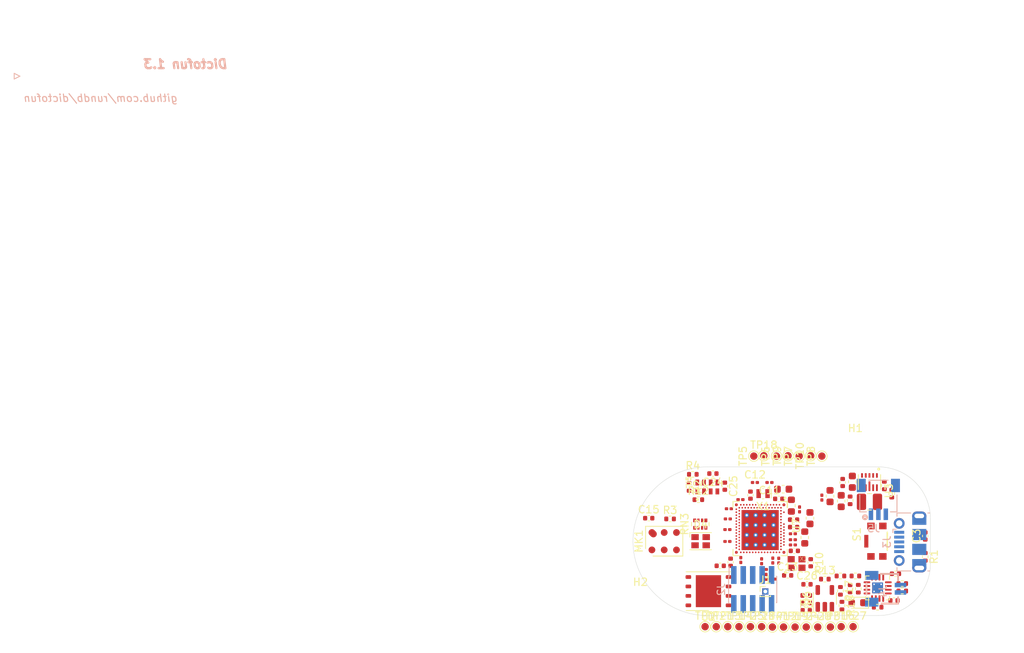
<source format=kicad_pcb>
(kicad_pcb (version 20221018) (generator pcbnew)
  (layers (0 "F.Cu" signal "Top") (1 "In1.Cu" signal) (2 "In2.Cu" signal) (31 "B.Cu" signal "Bottom") (34 "B.Paste" user) (35 "F.Paste" user) (36 "B.SilkS" user "B.Silkscreen") (37 "F.SilkS" user "F.Silkscreen") (38 "B.Mask" user) (39 "F.Mask" user) (44 "Edge.Cuts" user))
  (net 0 "")
  (net 1 "GND")
  (net 2 "VCC")
  (net 3 "/SWDIO")
  (net 4 "/SWDCLK")
  (net 5 "/P0.21{slash}RESET")
  (net 6 "+BATT")
  (net 7 "/MEM_IO3")
  (net 8 "/MEM_CLK")
  (net 9 "/MEM_DI")
  (net 10 "/MEM_CS")
  (net 11 "/MEM_DO")
  (net 12 "/MEM_IO2")
  (net 13 "Net-(U7B-XC2)")
  (net 14 "Net-(U7B-XC1)")
  (net 15 "/LED_BLUE")
  (net 16 "/LED_RED")
  (net 17 "/LED_GREEN")
  (net 18 "V_charger")
  (net 19 "MAIN_BUTTON")
  (net 20 "VBAT_LEVEL")
  (net 21 "MCU_POWER_LATCH")
  (net 22 "Net-(MK1-VDD)")
  (net 23 "Net-(J1-Pin_1)")
  (net 24 "/Power/FF_Q")
  (net 25 "FF_CLK")
  (net 26 "Net-(D3-K)")
  (net 27 "Net-(D3-A)")
  (net 30 "Net-(U3-L2)")
  (net 31 "Net-(U3-L1)")
  (net 32 "/I2C_SDA")
  (net 33 "/I2C_SCL")
  (net 34 "/RTC_INT_N")
  (net 35 "Net-(L3-Pad1)")
  (net 36 "/RTC_CLKOUT")
  (net 37 "Net-(L4-Pad1)")
  (net 38 "VSS")
  (net 39 "/Power/FF_D")
  (net 40 "Net-(U4-ISET)")
  (net 41 "Net-(U4-TS)")
  (net 42 "Net-(U4-ILIM)")
  (net 43 "Net-(U5-~{INT})")
  (net 44 "Net-(U3-PG)")
  (net 45 "Net-(U3-FB)")
  (net 46 "VBUS")
  (net 50 "Net-(U7C-P0.00{slash}XL1)")
  (net 51 "Net-(U7C-P0.01{slash}XL2)")
  (net 52 "/ANTENNA")
  (net 53 "/SWO")
  (net 54 "/PDM_CLK")
  (net 55 "/PDM_DATA")
  (net 57 "/UART_RX")
  (net 58 "/UART_TX")
  (net 59 "Net-(D4-BK)")
  (net 60 "Net-(D4-GK)")
  (net 61 "Net-(D4-RK)")
  (net 97 "/N_RESET")
  (net 122 "Net-(U7A-DECR)")
  (net 123 "Net-(U7A-DECD)")
  (net 124 "Net-(U7A-DCCH)")
  (net 125 "Net-(U7A-DECUSB)")
  (net 126 "Net-(U7A-VBUS)")
  (net 127 "Net-(U7A-DECA)")
  (net 128 "Net-(U7A-DECN)")
  (net 129 "Net-(U7A-DCC)")
  (net 130 "Net-(U7A-DCCD)")
  (net 138 "/Power/DBG_TX")
  (net 139 "/Power/DBG_RX")
  (footprint "Capacitor_SMD:C_0402_1005Metric" (layer "F.Cu") (at 128.13 101.83 90)
    (fp_text reference "C17" hide)
    (fp_text value "1uF")
    (pad "1" smd roundrect (at -0.48 0 90) (size 0.56 0.62) (layers "F.Cu" "F.Paste" "F.Mask") (net 2 "VCC"))
    (pad "2" smd roundrect (at 0.48 0 90) (size 0.56 0.62) (layers "F.Cu" "F.Paste" "F.Mask") (net 1 "GND"))
  )
  (footprint "Capacitor_SMD:C_0402_1005Metric" (layer "F.Cu") (at 126.733 102.3126 180)
    (fp_text reference "C18" hide)
    (fp_text value "100nF")
    (pad "1" smd roundrect (at -0.48 0 180) (size 0.56 0.62) (layers "F.Cu" "F.Paste" "F.Mask") (net 2 "VCC"))
    (pad "2" smd roundrect (at 0.48 0 180) (size 0.56 0.62) (layers "F.Cu" "F.Paste" "F.Mask") (net 1 "GND"))
  )
  (footprint "_other:VQFN-16-1EP_3x3mm_P0.5mm_EP1.45x1.45mm_ThermalVias" (layer "F.Cu") (at 147.9 105.28 -90)
    (fp_text reference "U4" hide)
    (fp_text value "BQ24078RGTR")
    (pad "1" smd roundrect (at -1.4375 -0.75 270) (size 0.875 0.25) (layers "F.Cu" "F.Paste" "F.Mask") (net 41 "Net-(U4-TS)"))
    (pad "2" smd roundrect (at -1.4375 -0.25 270) (size 0.875 0.25) (layers "F.Cu" "F.Paste" "F.Mask") (net 6 "+BATT"))
    (pad "3" smd roundrect (at -1.4375 0.25 270) (size 0.875 0.25) (layers "F.Cu" "F.Paste" "F.Mask") (net 6 "+BATT"))
    (pad "4" smd roundrect (at -1.4375 0.75 270) (size 0.875 0.25) (layers "F.Cu" "F.Paste" "F.Mask") (net 1 "GND"))
    (pad "5" smd roundrect (at -0.75 1.4375 270) (size 0.25 0.875) (layers "F.Cu" "F.Paste" "F.Mask") (net 1 "GND"))
    (pad "6" smd roundrect (at -0.25 1.4375 270) (size 0.25 0.875) (layers "F.Cu" "F.Paste" "F.Mask") (net 38 "VSS"))
    (pad "7" smd roundrect (at 0.25 1.4375 270) (size 0.25 0.875) (layers "F.Cu" "F.Paste" "F.Mask"))
    (pad "8" smd roundrect (at 0.75 1.4375 270) (size 0.25 0.875) (layers "F.Cu" "F.Paste" "F.Mask") (net 1 "GND"))
    (pad "9" smd roundrect (at 1.4375 0.75 270) (size 0.875 0.25) (layers "F.Cu" "F.Paste" "F.Mask") (net 26 "Net-(D3-K)"))
    (pad "10" smd roundrect (at 1.4375 0.25 270) (size 0.875 0.25) (layers "F.Cu" "F.Paste" "F.Mask") (net 38 "VSS"))
    (pad "11" smd roundrect (at 1.4375 -0.25 270) (size 0.875 0.25) (layers "F.Cu" "F.Paste" "F.Mask") (net 38 "VSS"))
    (pad "12" smd roundrect (at 1.4375 -0.75 270) (size 0.875 0.25) (layers "F.Cu" "F.Paste" "F.Mask") (net 42 "Net-(U4-ILIM)"))
    (pad "13" smd roundrect (at 0.75 -1.4375 270) (size 0.25 0.875) (layers "F.Cu" "F.Paste" "F.Mask") (net 18 "V_charger"))
    (pad "14" smd roundrect (at 0.25 -1.4375 270) (size 0.25 0.875) (layers "F.Cu" "F.Paste" "F.Mask") (net 1 "GND"))
    (pad "15" smd roundrect (at -0.25 -1.4375 270) (size 0.25 0.875) (layers "F.Cu" "F.Paste" "F.Mask") (net 1 "GND"))
    (pad "16" smd roundrect (at -0.75 -1.4375 270) (size 0.25 0.875) (layers "F.Cu" "F.Paste" "F.Mask") (net 40 "Net-(U4-ISET)"))
    (pad "17" thru_hole circle (at -0.475 -0.475 270) (size 0.5 0.5) (drill 0.2) (layers "*.Cu") (net 1 "GND"))
    (pad "17" thru_hole circle (at -0.475 0.475 270) (size 0.5 0.5) (drill 0.2) (layers "*.Cu") (net 1 "GND"))
    (pad "17" smd rect (at 0 0 270) (size 1.45 1.45) (layers "F.Cu" "F.Mask") (net 1 "GND"))
    (pad "17" smd rect (at 0 0 270) (size 1.45 1.45) (layers "B.Cu") (net 1 "GND"))
    (pad "17" thru_hole circle (at 0.475 -0.475 270) (size 0.5 0.5) (drill 0.2) (layers "*.Cu") (net 1 "GND"))
    (pad "17" thru_hole circle (at 0.475 0.475 270) (size 0.5 0.5) (drill 0.2) (layers "*.Cu") (net 1 "GND"))
  )
  (footprint "Resistor_SMD:R_0402_1005Metric" (layer "F.Cu") (at 151.21 105.7 180)
    (fp_text reference "R6" hide)
    (fp_text value "1.13K")
    (pad "1" smd roundrect (at -0.51 0 180) (size 0.54 0.64) (layers "F.Cu" "F.Paste" "F.Mask") (net 1 "GND"))
    (pad "2" smd roundrect (at 0.51 0 180) (size 0.54 0.64) (layers "F.Cu" "F.Paste" "F.Mask") (net 40 "Net-(U4-ISET)"))
  )
  (footprint "Capacitor_SMD:C_0402_1005Metric" (layer "F.Cu") (at 150.3 103.38 180)
    (fp_text reference "C20" hide)
    (fp_text value "4.7uF")
    (pad "1" smd roundrect (at -0.48 0 180) (size 0.56 0.62) (layers "F.Cu" "F.Paste" "F.Mask") (net 1 "GND"))
    (pad "2" smd roundrect (at 0.48 0 180) (size 0.56 0.62) (layers "F.Cu" "F.Paste" "F.Mask") (net 6 "+BATT"))
  )
  (footprint "Resistor_SMD:R_0402_1005Metric" (layer "F.Cu") (at 145.3 105.39 90)
    (fp_text reference "R9" hide)
    (fp_text value "1K")
    (pad "1" smd roundrect (at -0.51 0 90) (size 0.54 0.64) (layers "F.Cu" "F.Paste" "F.Mask") (net 38 "VSS"))
    (pad "2" smd roundrect (at 0.51 0 90) (size 0.54 0.64) (layers "F.Cu" "F.Paste" "F.Mask") (net 27 "Net-(D3-A)"))
  )
  (footprint "Resistor_SMD:R_0402_1005Metric" (layer "F.Cu") (at 142.9 103.68 180)
    (fp_text reference "R11" hide)
    (fp_text value "100K")
    (pad "1" smd roundrect (at -0.51 0 180) (size 0.54 0.64) (layers "F.Cu" "F.Paste" "F.Mask") (net 20 "VBAT_LEVEL"))
    (pad "2" smd roundrect (at 0.51 0 180) (size 0.54 0.64) (layers "F.Cu" "F.Paste" "F.Mask") (net 1 "GND"))
  )
  (footprint "Resistor_SMD:R_0402_1005Metric" (layer "F.Cu") (at 151.21 104.7 180)
    (fp_text reference "R7" hide)
    (fp_text value "10K")
    (pad "1" smd roundrect (at -0.51 0 180) (size 0.54 0.64) (layers "F.Cu" "F.Paste" "F.Mask") (net 1 "GND"))
    (pad "2" smd roundrect (at 0.51 0 180) (size 0.54 0.64) (layers "F.Cu" "F.Paste" "F.Mask") (net 41 "Net-(U4-TS)"))
  )
  (footprint "Resistor_SMD:R_0402_1005Metric" (layer "F.Cu") (at 144.91 103.68 180)
    (fp_text reference "R10" hide)
    (fp_text value "100K")
    (pad "1" smd roundrect (at -0.51 0 180) (size 0.54 0.64) (layers "F.Cu" "F.Paste" "F.Mask") (net 6 "+BATT"))
    (pad "2" smd roundrect (at 0.51 0 180) (size 0.54 0.64) (layers "F.Cu" "F.Paste" "F.Mask") (net 20 "VBAT_LEVEL"))
  )
  (footprint "LED_SMD:LED_0603_1608Metric" (layer "F.Cu") (at 145.2 107.28 180)
    (fp_text reference "D3" hide)
    (fp_text value "LED")
    (pad "1" smd roundrect (at -0.7875 0 180) (size 0.875 0.95) (layers "F.Cu" "F.Paste" "F.Mask") (net 26 "Net-(D3-K)"))
    (pad "2" smd roundrect (at 0.7875 0 180) (size 0.875 0.95) (layers "F.Cu" "F.Paste" "F.Mask") (net 27 "Net-(D3-A)"))
  )
  (footprint "Capacitor_SMD:C_0402_1005Metric" (layer "F.Cu") (at 150.1 106.98 180)
    (fp_text reference "C19" hide)
    (fp_text value "1uF")
    (pad "1" smd roundrect (at -0.48 0 180) (size 0.56 0.62) (layers "F.Cu" "F.Paste" "F.Mask") (net 1 "GND"))
    (pad "2" smd roundrect (at 0.48 0 180) (size 0.56 0.62) (layers "F.Cu" "F.Paste" "F.Mask") (net 18 "V_charger"))
  )
  (footprint "Resistor_SMD:R_0402_1005Metric" (layer "F.Cu") (at 147.9 107.88)
    (fp_text reference "R8" hide)
    (fp_text value "1.18K")
    (pad "1" smd roundrect (at -0.51 0) (size 0.54 0.64) (layers "F.Cu" "F.Paste" "F.Mask") (net 42 "Net-(U4-ILIM)"))
    (pad "2" smd roundrect (at 0.51 0) (size 0.54 0.64) (layers "F.Cu" "F.Paste" "F.Mask") (net 1 "GND"))
  )
  (footprint "Resistor_SMD:R_0402_1005Metric" (layer "F.Cu") (at 144.2 93.5 -90)
    (fp_text reference "R14" hide)
    (fp_text value "100k")
    (pad "1" smd roundrect (at -0.51 0 270) (size 0.54 0.64) (layers "F.Cu" "F.Paste" "F.Mask") (net 38 "VSS"))
    (pad "2" smd roundrect (at 0.51 0 270) (size 0.54 0.64) (layers "F.Cu" "F.Paste" "F.Mask") (net 44 "Net-(U3-PG)"))
  )
  (footprint "Resistor_SMD:R_0402_1005Metric" (layer "F.Cu") (at 154.3 101.1 -90)
    (fp_text reference "R1" (at 0 -1.17 90) (layer "F.SilkS"))
    (fp_text value "100K")
    (pad "1" smd roundrect (at -0.51 0 270) (size 0.54 0.64) (layers "F.Cu" "F.Paste" "F.Mask") (net 19 "MAIN_BUTTON"))
    (pad "2" smd roundrect (at 0.51 0 270) (size 0.54 0.64) (layers "F.Cu" "F.Paste" "F.Mask") (net 1 "GND"))
  )
  (footprint "Capacitor_SMD:C_0402_1005Metric" (layer "F.Cu") (at 136.7 100.3)
    (fp_text reference "C38" hide)
    (fp_text value "1u")
    (pad "1" smd roundrect (at -0.48 0) (size 0.56 0.62) (layers "F.Cu" "F.Paste" "F.Mask") (net 122 "Net-(U7A-DECR)"))
    (pad "2" smd roundrect (at 0.48 0) (size 0.56 0.62) (layers "F.Cu" "F.Paste" "F.Mask") (net 1 "GND"))
  )
  (footprint "TestPoint:TestPoint_Pad_D1.0mm" (layer "F.Cu") (at 135.25 110.55)
    (fp_text reference "TP12" (at 0 -1.448) (layer "F.SilkS"))
    (fp_text value "TestPoint")
    (pad "1" smd circle (at 0 0) (size 1 1) (layers "F.Cu" "F.Mask") (net 39 "/Power/FF_D"))
  )
  (footprint "Capacitor_SMD:C_0402_1005Metric" (layer "F.Cu") (at 138.9 101.9 -90)
    (fp_text reference "C10" (at 0 -1.16 90) (layer "F.SilkS"))
    (fp_text value "10pF")
    (pad "1" smd roundrect (at -0.48 0 270) (size 0.56 0.62) (layers "F.Cu" "F.Paste" "F.Mask") (net 13 "Net-(U7B-XC2)"))
    (pad "2" smd roundrect (at 0.48 0 270) (size 0.56 0.62) (layers "F.Cu" "F.Paste" "F.Mask") (net 1 "GND"))
  )
  (footprint "Capacitor_SMD:C_0201_0603Metric" (layer "F.Cu") (at 131.4 91.1)
    (fp_text reference "C12" (at 0 -1.05) (layer "F.SilkS"))
    (fp_text value "10pF")
    (pad "1" smd roundrect (at -0.32 0) (size 0.46 0.4) (layers "F.Cu" "F.Mask") (net 1 "GND"))
    (pad "2" smd roundrect (at 0.32 0) (size 0.46 0.4) (layers "F.Cu" "F.Mask") (net 51 "Net-(U7C-P0.01{slash}XL2)"))
  )
  (footprint "Resistor_SMD:R_0402_1005Metric" (layer "F.Cu") (at 122.55 91.7 -90)
    (fp_text reference "R2" (at 0 -1.17 90) (layer "F.SilkS"))
    (fp_text value "4.7k")
    (pad "1" smd roundrect (at -0.51 0 270) (size 0.54 0.64) (layers "F.Cu" "F.Paste" "F.Mask") (net 2 "VCC"))
    (pad "2" smd roundrect (at 0.51 0 270) (size 0.54 0.64) (layers "F.Cu" "F.Paste" "F.Mask") (net 32 "/I2C_SDA"))
  )
  (footprint "nRF52832_qfaa:MountingHole_1mm" (layer "F.Cu") (at 116 107.7)
    (fp_text reference "H2" (at 0 -3.2) (layer "F.SilkS"))
    (fp_text value "MountingHole")
    (pad "" np_thru_hole circle (at 0 0) (size 1 1) (drill 1) (layers "*.Cu" "*.Mask"))
  )
  (footprint "Inductor_SMD:L_0603_1608Metric" (layer "F.Cu") (at 136.3 94.2125 -90)
    (fp_text reference "L4" hide)
    (fp_text value "10uH")
    (pad "1" smd roundrect (at -0.7875 0 270) (size 0.875 0.95) (layers "F.Cu" "F.Paste" "F.Mask") (net 37 "Net-(L4-Pad1)"))
    (pad "2" smd roundrect (at 0.7875 0 270) (size 0.875 0.95) (layers "F.Cu" "F.Paste" "F.Mask") (net 130 "Net-(U7A-DCCD)"))
  )
  (footprint "_other:IC_RV-4162-C7" (layer "F.Cu") (at 125 91.7 90)
    (fp_text reference "U5" (at 0.782 -2.5064 90) (layer "F.SilkS") (effects (font (size 0.64 0.64))))
    (fp_text value "RV-4162-C7")
    (pad "1" smd rect (at -0.6 -1.35) (size 0.5 0.8) (layers "F.Cu" "F.Paste" "F.Mask") (net 32 "/I2C_SDA"))
    (pad "2" smd rect (at -0.6 -0.45) (size 0.5 0.8) (layers "F.Cu" "F.Paste" "F.Mask") (net 36 "/RTC_CLKOUT"))
    (pad "3" smd rect (at -0.6 0.45) (size 0.5 0.8) (layers "F.Cu" "F.Paste" "F.Mask") (net 1 "GND"))
    (pad "4" smd rect (at -0.6 1.35) (size 0.5 0.8) (layers "F.Cu" "F.Paste" "F.Mask"))
    (pad "5" smd rect (at 0.6 1.35) (size 0.5 0.8) (layers "F.Cu" "F.Paste" "F.Mask") (net 38 "VSS"))
    (pad "6" smd rect (at 0.6 0.45) (size 0.5 0.8) (layers "F.Cu" "F.Paste" "F.Mask") (net 43 "Net-(U5-~{INT})"))
    (pad "7" smd rect (at 0.6 -0.45) (size 0.5 0.8) (layers "F.Cu" "F.Paste" "F.Mask"))
    (pad "8" smd rect (at 0.6 -1.35) (size 0.5 0.8) (layers "F.Cu" "F.Paste" "F.Mask") (net 33 "/I2C_SCL"))
  )
  (footprint "TestPoint:TestPoint_Pad_D1.0mm" (layer "F.Cu") (at 133.75 110.55)
    (fp_text reference "TP4" (at 0 -1.448) (layer "F.SilkS"))
    (fp_text value "gnd")
    (pad "1" smd circle (at 0 0) (size 1 1) (layers "F.Cu" "F.Mask") (net 1 "GND"))
  )
  (footprint "Capacitor_SMD:C_0201_0603Metric" (layer "F.Cu") (at 127.7 99.034 180)
    (fp_text reference "C33" hide)
    (fp_text value "100n")
    (pad "1" smd roundrect (at -0.32 0 180) (size 0.46 0.4) (layers "F.Cu" "F.Mask") (net 2 "VCC"))
    (pad "2" smd roundrect (at 0.32 0 180) (size 0.46 0.4) (layers "F.Cu" "F.Mask") (net 1 "GND"))
  )
  (footprint "Capacitor_SMD:C_0201_0603Metric" (layer "F.Cu") (at 134.6 101.62 -90)
    (fp_text reference "C36" hide)
    (fp_text value "N.C")
    (pad "1" smd roundrect (at -0.32 0 270) (size 0.46 0.4) (layers "F.Cu" "F.Mask") (net 2 "VCC"))
    (pad "2" smd roundrect (at 0.32 0 270) (size 0.46 0.4) (layers "F.Cu" "F.Mask") (net 1 "GND"))
  )
  (footprint "TestPoint:TestPoint_Pad_D1.0mm" (layer "F.Cu") (at 129.25 110.5)
    (fp_text reference "TP14" (at 0 -1.448) (layer "F.SilkS"))
    (fp_text value "TestPoint")
    (pad "1" smd circle (at 0 0) (size 1 1) (layers "F.Cu" "F.Mask") (net 24 "/Power/FF_Q"))
  )
  (footprint "Capacitor_SMD:C_0201_0603Metric" (layer "F.Cu") (at 136.5 99.5)
    (fp_text reference "C39(NP0)1" hide)
    (fp_text value "100pF")
    (pad "1" smd roundrect (at -0.32 0) (size 0.46 0.4) (layers "F.Cu" "F.Mask") (net 122 "Net-(U7A-DECR)"))
    (pad "2" smd roundrect (at 0.32 0) (size 0.46 0.4) (layers "F.Cu" "F.Mask") (net 1 "GND"))
  )
  (footprint "Capacitor_SMD:C_0402_1005Metric" (layer "F.Cu") (at 154.3 98.3 90)
    (fp_text reference "C3" (at 0 -1.16 90) (layer "F.SilkS"))
    (fp_text value "100nF")
    (pad "1" smd roundrect (at -0.48 0 90) (size 0.56 0.62) (layers "F.Cu" "F.Paste" "F.Mask") (net 19 "MAIN_BUTTON"))
    (pad "2" smd roundrect (at 0.48 0 90) (size 0.56 0.62) (layers "F.Cu" "F.Paste" "F.Mask") (net 1 "GND"))
  )
  (footprint "Crystal:Crystal_SMD_MicroCrystal_CM9V-T1A-2Pin_1.6x1.0mm" (layer "F.Cu") (at 132.5 92.6 180)
    (fp_text reference "X1" (at 0 -1.7 180) (layer "F.SilkS"))
    (fp_text value "32.768kHz")
    (pad "1" smd rect (at -0.6 0 180) (size 0.6 1.2) (layers "F.Cu" "F.Paste" "F.Mask") (net 50 "Net-(U7C-P0.00{slash}XL1)"))
    (pad "2" smd rect (at 0.6 0 180) (size 0.6 1.2) (layers "F.Cu" "F.Paste" "F.Mask") (net 51 "Net-(U7C-P0.01{slash}XL2)"))
  )
  (footprint "Capacitor_SMD:C_0402_1005Metric" (layer "F.Cu") (at 138.3 108.3 180)
    (fp_text reference "C27" hide)
    (fp_text value "100nF")
    (pad "1" smd roundrect (at -0.48 0 180) (size 0.56 0.62) (layers "F.Cu" "F.Paste" "F.Mask") (net 39 "/Power/FF_D"))
    (pad "2" smd roundrect (at 0.48 0 180) (size 0.56 0.62) (layers "F.Cu" "F.Paste" "F.Mask") (net 1 "GND"))
  )
  (footprint "Inductor_SMD:L_0201_0603Metric" (layer "F.Cu") (at 133.8 101.6 -90)
    (fp_text reference "L5" hide)
    (fp_text value "15nH")
    (pad "1" smd roundrect (at -0.32 0 270) (size 0.46 0.4) (layers "F.Cu" "F.Mask") (net 122 "Net-(U7A-DECR)"))
    (pad "2" smd roundrect (at 0.32 0 270) (size 0.46 0.4) (layers "F.Cu" "F.Mask") (net 35 "Net-(L3-Pad1)"))
  )
  (footprint "Capacitor_SMD:C_0402_1005Metric" (layer "F.Cu") (at 125.75 89.9 180)
    (fp_text reference "C24" (at 0 -1.16) (layer "F.SilkS"))
    (fp_text value "1uF")
    (pad "1" smd roundrect (at -0.48 0 180) (size 0.56 0.62) (layers "F.Cu" "F.Paste" "F.Mask") (net 38 "VSS"))
    (pad "2" smd roundrect (at 0.48 0 180) (size 0.56 0.62) (layers "F.Cu" "F.Paste" "F.Mask") (net 1 "GND"))
  )
  (footprint "TestPoint:TestPoint_Pad_D1.0mm" (layer "F.Cu") (at 139.85 110.55)
    (fp_text reference "TP28" (at 0 -1.448) (layer "F.SilkS"))
    (fp_text value "TestPoint")
    (pad "1" smd circle (at 0 0) (size 1 1) (layers "F.Cu" "F.Mask") (net 1 "GND"))
  )
  (footprint "Resistor_SMD:R_0402_1005Metric" (layer "F.Cu") (at 123.05 90)
    (fp_text reference "R4" (at 0 -1.17) (layer "F.SilkS"))
    (fp_text value "4.7k")
    (pad "1" smd roundrect (at -0.51 0) (size 0.54 0.64) (layers "F.Cu" "F.Paste" "F.Mask") (net 2 "VCC"))
    (pad "2" smd roundrect (at 0.51 0) (size 0.54 0.64) (layers "F.Cu" "F.Paste" "F.Mask") (net 33 "/I2C_SCL"))
  )
  (footprint "Capacitor_SMD:C_0402_1005Metric" (layer "F.Cu") (at 143.2 91.1 90)
    (fp_text reference "C23" hide)
    (fp_text value "10uF")
    (pad "1" smd roundrect (at -0.48 0 90) (size 0.56 0.62) (layers "F.Cu" "F.Paste" "F.Mask") (net 2 "VCC"))
    (pad "2" smd roundrect (at 0.48 0 90) (size 0.56 0.62) (layers "F.Cu" "F.Paste" "F.Mask") (net 1 "GND"))
  )
  (footprint "TestPoint:TestPoint_Pad_D1.0mm" (layer "F.Cu") (at 135.85 87.5 90)
    (fp_text reference "TP9" (at 0 -1.448 90) (layer "F.SilkS"))
    (fp_text value "TestPoint")
    (pad "1" smd circle (at 0 0 90) (size 1 1) (layers "F.Cu" "F.Mask") (net 54 "/PDM_CLK"))
  )
  (footprint "Resistor_SMD:R_0402_1005Metric" (layer "F.Cu") (at 142.9 105.68 -90)
    (fp_text reference "R17" (at 0 -1.17 90) (layer "F.SilkS"))
    (fp_text value "1.6K")
    (pad "1" smd roundrect (at -0.51 0 270) (size 0.54 0.64) (layers "F.Cu" "F.Paste" "F.Mask") (net 19 "MAIN_BUTTON"))
    (pad "2" smd roundrect (at 0.51 0 270) (size 0.54 0.64) (layers "F.Cu" "F.Paste" "F.Mask") (net 24 "/Power/FF_Q"))
  )
  (footprint "Capacitor_SMD:C_0201_0603Metric" (layer "F.Cu") (at 133.355 91.1 180)
    (fp_text reference "C11" (at 0 -1.05) (layer "F.SilkS"))
    (fp_text value "10pF")
    (pad "1" smd roundrect (at -0.32 0 180) (size 0.46 0.4) (layers "F.Cu" "F.Mask") (net 1 "GND"))
    (pad "2" smd roundrect (at 0.32 0 180) (size 0.46 0.4) (layers "F.Cu" "F.Mask") (net 50 "Net-(U7C-P0.00{slash}XL1)"))
  )
  (footprint "Resistor_SMD:R_0402_1005Metric" (layer "F.Cu") (at 119.99 96)
    (fp_text reference "R3" (at 0 -1.17) (layer "F.SilkS"))
    (fp_text value "330")
    (pad "1" smd roundrect (at -0.51 0) (size 0.54 0.64) (layers "F.Cu" "F.Paste" "F.Mask") (net 22 "Net-(MK1-VDD)"))
    (pad "2" smd roundrect (at 0.51 0) (size 0.54 0.64) (layers "F.Cu" "F.Paste" "F.Mask") (net 2 "VCC"))
  )
  (footprint "Package_TO_SOT_SMD:SOT-23-5" (layer "F.Cu") (at 140.8 106.7 90)
    (fp_text reference "U6" (at 0 -2.4 90) (layer "F.SilkS"))
    (fp_text value "SN74LVC1G79DBVT")
    (pad "1" smd roundrect (at -1.1375 -0.95 90) (size 1.325 0.6) (layers "F.Cu" "F.Paste" "F.Mask") (net 39 "/Power/FF_D"))
    (pad "2" smd roundrect (at -1.1375 0 90) (size 1.325 0.6) (layers "F.Cu" "F.Paste" "F.Mask") (net 25 "FF_CLK"))
    (pad "3" smd roundrect (at -1.1375 0.95 90) (size 1.325 0.6) (layers "F.Cu" "F.Paste" "F.Mask") (net 1 "GND"))
    (pad "4" smd roundrect (at 1.1375 0.95 90) (size 1.325 0.6) (layers "F.Cu" "F.Paste" "F.Mask") (net 24 "/Power/FF_Q"))
    (pad "5" smd roundrect (at 1.1375 -0.95 90) (size 1.325 0.6) (layers "F.Cu" "F.Paste" "F.Mask") (net 38 "VSS"))
  )
  (footprint "Resistor_SMD:R_0402_1005Metric" (layer "F.Cu") (at 138.3 106.3 180)
    (fp_text reference "R5" (at 0 -1.17) (layer "F.SilkS"))
    (fp_text value "1.6K")
    (pad "1" smd roundrect (at -0.51 0 180) (size 0.54 0.64) (layers "F.Cu" "F.Paste" "F.Mask") (net 39 "/Power/FF_D"))
    (pad "2" smd roundrect (at 0.51 0 180) (size 0.54 0.64) (layers "F.Cu" "F.Paste" "F.Mask") (net 21 "MCU_POWER_LATCH"))
  )
  (footprint "Capacitor_SMD:C_0201_0603Metric" (layer "F.Cu") (at 129.5 101.534 -90)
    (fp_text reference "C30" hide)
    (fp_text value "100n")
    (pad "1" smd roundrect (at -0.32 0 270) (size 0.46 0.4) (layers "F.Cu" "F.Mask") (net 2 "VCC"))
    (pad "2" smd roundrect (at 0.32 0 270) (size 0.46 0.4) (layers "F.Cu" "F.Mask") (net 1 "GND"))
  )
  (footprint "Capacitor_SMD:C_0201_0603Metric" (layer "F.Cu") (at 129.455 93.4 180)
    (fp_text reference "C32" hide)
    (fp_text value "100n")
    (pad "1" smd roundrect (at -0.32 0 180) (size 0.46 0.4) (layers "F.Cu" "F.Mask") (net 2 "VCC"))
    (pad "2" smd roundrect (at 0.32 0 180) (size 0.46 0.4) (layers "F.Cu" "F.Mask") (net 1 "GND"))
  )
  (footprint "Inductor_SMD:L_1008_2520Metric" (layer "F.Cu") (at 146.8 93.7)
    (fp_text reference "L1" hide)
    (fp_text value "0.47uH")
    (pad "1" smd roundrect (at -1.075 0) (size 1.25 2.2) (layers "F.Cu" "F.Paste" "F.Mask") (roundrect_rratio 0.2) (net 30 "Net-(U3-L2)"))
    (pad "2" smd roundrect (at 1.075 0) (size 1.25 2.2) (layers "F.Cu" "F.Paste" "F.Mask") (roundrect_rratio 0.2) (net 31 "Net-(U3-L1)"))
  )
  (footprint "nRF52832_qfaa:MountingHole_1mm" (layer "F.Cu") (at 144.9 87)
    (fp_text reference "H1" (at 0 -3.2) (layer "F.SilkS"))
    (fp_text value "MountingHole")
    (pad "" np_thru_hole circle (at 0 0) (size 1 1) (drill 1) (layers "*.Cu" "*.Mask"))
  )
  (footprint "Resistor_SMD:R_0402_1005Metric" (layer "F.Cu") (at 149.8 92.6 90)
    (fp_text reference "R15" hide)
    (fp_text value "511k")
    (pad "1" smd roundrect (at -0.51 0 90) (size 0.54 0.64) (layers "F.Cu" "F.Paste" "F.Mask") (net 2 "VCC"))
    (pad "2" smd roundrect (at 0.51 0 90) (size 0.54 0.64) (layers "F.Cu" "F.Paste" "F.Mask") (net 45 "Net-(U3-FB)"))
  )
  (footprint "Capacitor_SMD:C_0201_0603Metric" (layer "F.Cu") (at 132.3 101.7 -90)
    (fp_text reference "C31" hide)
    (fp_text value "100n")
    (pad "1" smd roundrect (at -0.32 0 270) (size 0.46 0.4) (layers "F.Cu" "F.Mask") (net 2 "VCC"))
    (pad "2" smd roundrect (at 0.32 0 270) (size 0.46 0.4) (layers "F.Cu" "F.Mask") (net 1 "GND"))
  )
  (footprint "Capacitor_SMD:C_0402_1005Metric" (layer "F.Cu") (at 127.35 91.6 -90)
    (fp_text reference "C25" (at 0 -1.16 90) (layer "F.SilkS"))
    (fp_text value "100nF")
    (pad "1" smd roundrect (at -0.48 0 270) (size 0.56 0.62) (layers "F.Cu" "F.Paste" "F.Mask") (net 38 "VSS"))
    (pad "2" smd roundrect (at 0.48 0 270) (size 0.56 0.62) (layers "F.Cu" "F.Paste" "F.Mask") (net 1 "GND"))
  )
  (footprint "Capacitor_SMD:C_0201_0603Metric" (layer "F.Cu") (at 132.6 102.8 180)
    (fp_text reference "C47" hide)
    (fp_text value "0.7pF")
    (pad "1" smd roundrect (at -0.32 0 180) (size 0.46 0.4) (layers "F.Cu" "F.Mask") (net 52 "/ANTENNA"))
    (pad "2" smd roundrect (at 0.32 0 180) (size 0.46 0.4) (layers "F.Cu" "F.Mask") (net 1 "GND"))
  )
  (footprint "TestPoint:TestPoint_Pad_D1.0mm" (layer "F.Cu") (at 136.8 110.55)
    (fp_text reference "TP19" (at 0 -1.448) (layer "F.SilkS"))
    (fp_text value "TestPoint")
    (pad "1" smd circle (at 0 0) (size 1 1) (layers "F.Cu" "F.Mask") (net 1 "GND"))
  )
  (footprint "Resistor_SMD:R_Array_Convex_4x0402" (layer "F.Cu") (at 124.05 96.7 90)
    (fp_text reference "RN3" (at 0 -2.1 90) (layer "F.SilkS"))
    (fp_text value "R_Pack04")
    (pad "1" smd rect (at -0.5 -0.75 90) (size 0.5 0.4) (layers "F.Cu" "F.Paste" "F.Mask") (net 17 "/LED_GREEN"))
    (pad "2" smd rect (at -0.5 -0.25 90) (size 0.5 0.3) (layers "F.Cu" "F.Paste" "F.Mask") (net 15 "/LED_BLUE"))
    (pad "3" smd rect (at -0.5 0.25 90) (size 0.5 0.3) (layers "F.Cu" "F.Paste" "F.Mask") (net 16 "/LED_RED"))
    (pad "4" smd rect (at -0.5 0.75 90) (size 0.5 0.4) (layers "F.Cu" "F.Paste" "F.Mask"))
    (pad "5" smd rect (at 0.5 0.75 90) (size 0.5 0.4) (layers "F.Cu" "F.Paste" "F.Mask"))
    (pad "6" smd rect (at 0.5 0.25 90) (size 0.5 0.3) (layers "F.Cu" "F.Paste" "F.Mask") (net 59 "Net-(D4-BK)"))
    (pad "7" smd rect (at 0.5 -0.25 90) (size 0.5 0.3) (layers "F.Cu" "F.Paste" "F.Mask") (net 60 "Net-(D4-GK)"))
    (pad "8" smd rect (at 0.5 -0.75 90) (size 0.5 0.4) (layers "F.Cu" "F.Paste" "F.Mask") (net 61 "Net-(D4-RK)"))
  )
  (footprint "TestPoint:TestPoint_Pad_D1.0mm" (layer "F.Cu") (at 127.75 110.5)
    (fp_text reference "TP13" (at 0 -1.448) (layer "F.SilkS"))
    (fp_text value "TestPoint")
    (pad "1" smd circle (at 0 0) (size 1 1) (layers "F.Cu" "F.Mask") (net 25 "FF_CLK"))
  )
  (footprint "TestPoint:TestPoint_Pad_D1.0mm" (layer "F.Cu") (at 124.7 110.5)
    (fp_text reference "TP1" (at 0 -1.448) (layer "F.SilkS"))
    (fp_text value "b+")
    (pad "1" smd circle (at 0 0) (size 1 1) (layers "F.Cu" "F.Mask") (net 6 "+BATT"))
  )
  (footprint "Capacitor_SMD:C_0402_1005Metric" (layer "F.Cu") (at 130.8 92.8 90)
    (fp_text reference "C39" hide)
    (fp_text value "1u")
    (pad "1" smd roundrect (at -0.48 0 90) (size 0.56 0.62) (layers "F.Cu" "F.Paste" "F.Mask") (net 2 "VCC"))
    (pad "2" smd roundrect (at 0.48 0 90) (size 0.56 0.62) (layers "F.Cu" "F.Paste" "F.Mask") (net 1 "GND"))
  )
  (footprint "Capacitor_SMD:C_0603_1608Metric" (layer "F.Cu") (at 138.8 95.9 -90)
    (fp_text reference "C42" hide)
    (fp_text value "4.7u")
    (pad "1" smd roundrect (at -0.775 0 270) (size 0.9 0.95) (layers "F.Cu" "F.Paste" "F.Mask") (net 125 "Net-(U7A-DECUSB)"))
    (pad "2" smd roundrect (at 0.775 0 270) (size 0.9 0.95) (layers "F.Cu" "F.Paste" "F.Mask") (net 1 "GND"))
  )
  (footprint "Capacitor_SMD:C_0603_1608Metric" (layer "F.Cu") (at 144.5 91 90)
    (fp_text reference "C2" hide)
    (fp_text value "22uF")
    (pad "1" smd roundrect (at -0.775 0 90) (size 0.9 0.95) (layers "F.Cu" "F.Paste" "F.Mask") (net 2 "VCC"))
    (pad "2" smd roundrect (at 0.775 0 90) (size 0.9 0.95) (layers "F.Cu" "F.Paste" "F.Mask") (net 1 "GND"))
  )
  (footprint "Capacitor_SMD:C_0603_1608Metric" (layer "F.Cu") (at 143 93.6 -90)
    (fp_text reference "C1" hide)
    (fp_text value "22uF")
    (pad "1" smd roundrect (at -0.775 0 270) (size 0.9 0.95) (layers "F.Cu" "F.Paste" "F.Mask") (net 38 "VSS"))
    (pad "2" smd roundrect (at 0.775 0 270) (size 0.9 0.95) (layers "F.Cu" "F.Paste" "F.Mask") (net 1 "GND"))
  )
  (footprint "TestPoint:TestPoint_Pad_D1.0mm" (layer "F.Cu") (at 138.9 87.5 90)
    (fp_text reference "TP10" (at 0 -1.448 90) (layer "F.SilkS"))
    (fp_text value "TestPoint")
    (pad "1" smd circle (at 0 0 90) (size 1 1) (layers "F.Cu" "F.Mask") (net 55 "/PDM_DATA"))
  )
  (footprint "Capacitor_SMD:C_0201_0603Metric" (layer "F.Cu") (at 133.8 104.1 180)
    (fp_text reference "C46" hide)
    (fp_text value "DNP")
    (pad "1" smd roundrect (at -0.32 0 180) (size 0.46 0.4) (layers "F.Cu" "F.Mask") (net 23 "Net-(J1-Pin_1)"))
    (pad "2" smd roundrect (at 0.32 0 180) (size 0.46 0.4) (layers "F.Cu" "F.Mask") (net 1 "GND"))
  )
  (footprint "Capacitor_SMD:C_0402_1005Metric" (layer "F.Cu") (at 144.2 105.38 90)
    (fp_text reference "C21" hide)
    (fp_text value "4.7uF")
    (pad "1" smd roundrect (at -0.48 0 90) (size 0.56 0.62) (layers "F.Cu" "F.Paste" "F.Mask") (net 38 "VSS"))
    (pad "2" smd roundrect (at 0.48 0 90) (size 0.56 0.62) (layers "F.Cu" "F.Paste" "F.Mask") (net 1 "GND"))
  )
  (footprint "Resistor_SMD:R_0402_1005Metric" (layer "F.Cu") (at 148.8 91.5 -90)
    (fp_text reference "R16" hide)
    (fp_text value "91k")
    (pad "1" smd roundrect (at -0.51 0 270) (size 0.54 0.64) (layers "F.Cu" "F.Paste" "F.Mask") (net 45 "Net-(U3-FB)"))
    (pad "2" smd roundrect (at 0.51 0 270) (size 0.54 0.64) (layers "F.Cu" "F.Paste" "F.Mask") (net 1 "GND"))
  )
  (footprint "TestPoint:TestPoint_Pad_D1.0mm" (layer "F.Cu") (at 134.3 87.55 90)
    (fp_text reference "TP6" (at 0 -1.448 90) (layer "F.SilkS"))
    (fp_text value "TestPoint")
    (pad "1" smd circle (at 0 0 90) (size 1 1) (layers "F.Cu" "F.Mask") (net 57 "/UART_RX"))
  )
  (footprint "Inductor_SMD:L_0201_0603Metric" (layer "F.Cu") (at 137.4 94.72 90)
    (fp_text reference "L6" hide)
    (fp_text value "15nH")
    (pad "1" smd roundrect (at -0.32 0 90) (size 0.46 0.4) (layers "F.Cu" "F.Mask") (net 123 "Net-(U7A-DECD)"))
    (pad "2" smd roundrect (at 0.32 0 90) (size 0.46 0.4) (layers "F.Cu" "F.Mask") (net 37 "Net-(L4-Pad1)"))
  )
  (footprint "Capacitor_SMD:C_0402_1005Metric" (layer "F.Cu") (at 134.6 93.3 180)
    (fp_text reference "C37" hide)
    (fp_text value "1u")
    (pad "1" smd roundrect (at -0.48 0 180) (size 0.56 0.62) (layers "F.Cu" "F.Paste" "F.Mask") (net 2 "VCC"))
    (pad "2" smd roundrect (at 0.48 0 180) (size 0.56 0.62) (layers "F.Cu" "F.Paste" "F.Mask") (net 1 "GND"))
  )
  (footprint "Inductor_SMD:L_0201_0603Metric" (layer "F.Cu") (at 132.9 103.8 -90)
    (fp_text reference "L7" hide)
    (fp_text value "2.2nH")
    (pad "1" smd roundrect (at -0.32 0 270) (size 0.46 0.4) (layers "F.Cu" "F.Mask") (net 52 "/ANTENNA"))
    (pad "2" smd roundrect (at 0.32 0 270) (size 0.46 0.4) (layers "F.Cu" "F.Mask") (net 23 "Net-(J1-Pin_1)"))
  )
  (footprint "TestPoint:TestPoint_Pad_D1.0mm" (layer "F.Cu") (at 137.35 87.55 90)
    (fp_text reference "TP7" (at 0 -1.448 90) (layer "F.SilkS"))
    (fp_text value "TestPoint")
    (pad "1" smd circle (at 0 0 90) (size 1 1) (layers "F.Cu" "F.Mask") (net 58 "/UART_TX"))
  )
  (footprint "_other:SW_KMR221GLFS" (layer "F.Cu") (at 147.8 99 90)
    (fp_text reference "S1" (at 0.926025 -2.687985 90) (layer "F.SilkS") (effects (font (size 1.00111 1.00111))))
    (fp_text value "KMR221GLFS")
    (pad "1" smd rect (at -2.05 -0.8 90) (size 0.9 1) (layers "F.Cu" "F.Paste" "F.Mask") (net 38 "VSS"))
    (pad "2" smd rect (at -2.05 0.8 90) (size 0.9 1) (layers "F.Cu" "F.Paste" "F.Mask") (net 19 "MAIN_BUTTON"))
    (pad "3" smd rect (at 2.05 0.8 90) (size 0.9 1) (layers "F.Cu" "F.Paste" "F.Mask") (net 19 "MAIN_BUTTON"))
    (pad "4" smd rect (at 2.05 -0.8 90) (size 0.9 1) (layers "F.Cu" "F.Paste" "F.Mask") (net 38 "VSS"))
    (pad "5" smd rect (at 0 -1.425 90) (size 1.7 0.55) (layers "F.Cu" "F.Paste" "F.Mask") (net 1 "GND"))
  )
  (footprint "Capacitor_SMD:C_0402_1005Metric" (layer "F.Cu") (at 136.6 97.1)
    (fp_text reference "C40" hide)
    (fp_text value "1u")
    (pad "1" smd roundrect (at -0.48 0) (size 0.56 0.62) (layers "F.Cu" "F.Paste" "F.Mask") (net 123 "Net-(U7A-DECD)"))
    (pad "2" smd roundrect (at 0.48 0) (size 0.56 0.62) (layers "F.Cu" "F.Paste" "F.Mask") (net 1 "GND"))
  )
  (footprint "TestPoint:TestPoint_Pad_D1.0mm" (layer "F.Cu") (at 140.4 87.55 90)
    (fp_text reference "TP8" (at 0 -1.448 90) (layer "F.SilkS"))
    (fp_text value "TestPoint")
    (pad "1" smd circle (at 0 0 90) (size 1 1) (layers "F.Cu" "F.Mask") (net 1 "GND"))
  )
  (footprint "TestPoint:TestPoint_Pad_D1.0mm" (layer "F.Cu") (at 138.3 110.55)
    (fp_text reference "TP24" (at 0 -1.448) (layer "F.SilkS"))
    (fp_text value "TestPoint")
    (pad "1" smd circle (at 0 0) (size 1 1) (layers "F.Cu" "F.Mask") (net 38 "VSS"))
  )
  (footprint "Capacitor_SMD:C_0402_1005Metric" (layer "F.Cu") (at 135.8 103.6)
    (fp_text reference "C13" (at 0 -1.16) (layer "F.SilkS"))
    (fp_text value "10pF")
    (pad "1" smd roundrect (at -0.48 0) (size 0.56 0.62) (layers "F.Cu" "F.Paste" "F.Mask") (net 14 "Net-(U7B-XC1)"))
    (pad "2" smd roundrect (at 0.48 0) (size 0.56 0.62) (layers "F.Cu" "F.Paste" "F.Mask") (net 1 "GND"))
  )
  (footprint "TestPoint:TestPoint_Pad_D1.0mm" (layer "F.Cu") (at 131.25 87.55 90)
    (fp_text reference "TP5" (at 0 -1.448 90) (layer "F.SilkS"))
    (fp_text value "TestPoint")
    (pad "1" smd circle (at 0 0 90) (size 1 1) (layers "F.Cu" "F.Mask") (net 33 "/I2C_SCL"))
  )
  (footprint "Capacitor_SMD:C_0201_0603Metric" (layer "F.Cu") (at 127.7 97.434 180)
    (fp_text reference "C34" hide)
    (fp_text value "100n")
    (pad "1" smd roundrect (at -0.32 0 180) (size 0.46 0.4) (layers "F.Cu" "F.Mask") (net 2 "VCC"))
    (pad "2" smd roundrect (at 0.32 0 180) (size 0.46 0.4) (layers "F.Cu" "F.Mask") (net 1 "GND"))
  )
  (footprint "Capacitor_SMD:C_0201_0603Metric" (layer "F.Cu") (at 136.5 98)
    (fp_text reference "C29" hide)
    (fp_text value "100n")
    (pad "1" smd roundrect (at -0.32 0) (size 0.46 0.4) (layers "F.Cu" "F.Mask") (net 2 "VCC"))
    (pad "2" smd roundrect (at 0.32 0) (size 0.46 0.4) (layers "F.Cu" "F.Mask") (net 1 "GND"))
  )
  (footprint "TestPoint:TestPoint_Pad_D1.0mm" (layer "F.Cu") (at 143 110.5)
    (fp_text reference "TP16" (at 0 -1.448) (layer "F.SilkS"))
    (fp_text value "TestPoint")
    (pad "1" smd circle (at 0 0) (size 1 1) (layers "F.Cu" "F.Mask") (net 19 "MAIN_BUTTON"))
  )
  (footprint "Capacitor_SMD:C_0201_0603Metric" (layer "F.Cu") (at 136.5 98.8)
    (fp_text reference "C45" hide)
    (fp_text value "100n")
    (pad "1" smd roundrect (at -0.32 0) (size 0.46 0.4) (layers "F.Cu" "F.Mask") (net 128 "Net-(U7A-DECN)"))
    (pad "2" smd roundrect (at 0.32 0) (size 0.46 0.4) (layers "F.Cu" "F.Mask") (net 1 "GND"))
  )
  (footprint "TestPoint:TestPoint_Pad_D1.0mm" (layer "F.Cu") (at 130.8 110.5)
    (fp_text reference "TP25" (at 0 -1.448) (layer "F.SilkS"))
    (fp_text value "TestPoint")
    (pad "1" smd circle (at 0 0) (size 1 1) (layers "F.Cu" "F.Mask") (net 2 "VCC"))
  )
  (footprint "Resistor_SMD:R_0201_0603Metric" (layer "F.Cu") (at 140.4 93.133 90)
    (fp_text reference "R20" hide)
    (fp_text value "4.7")
    (pad "1" smd roundrect (at -0.32 0 90) (size 0.46 0.4) (layers "F.Cu" "F.Mask") (net 46 "VBUS"))
    (pad "2" smd roundrect (at 0.32 0 90) (size 0.46 0.4) (layers "F.Cu" "F.Mask") (net 126 "Net-(U7A-VBUS)"))
  )
  (footprint "_other:VREG_TPS63802DLAR" (layer "F.Cu") (at 146.8 91.05 -90)
    (fp_text reference "U3" (at 1.175 -2.635 -90) (layer "F.SilkS"))
    (fp_text value "TPS63802DLAR")
    (pad "1" smd roundrect (at -0.9 -1 270) (size 0.6 0.25) (layers "F.Cu" "F.Paste") (roundrect_rratio 0.05) (net 19 "MAIN_BUTTON"))
    (pad "2" smd roundrect (at -0.9 -0.5 270) (size 0.6 0.25) (layers "F.Cu" "F.Paste") (roundrect_rratio 0.05) (net 1 "GND"))
    (pad "3" smd roundrect (at -0.9 0 270) (size 0.6 0.25) (layers "F.Cu" "F.Paste") (roundrect_rratio 0.05) (net 1 "GND"))
    (pad "4" smd roundrect (at -0.9 0.5 270) (size 0.6 0.25) (layers "F.Cu" "F.Paste") (roundrect_rratio 0.05) (net 45 "Net-(U3-FB)"))
    (pad "5" smd roundrect (at -0.9 1 270) (size 0.6 0.25) (layers "F.Cu" "F.Paste") (roundrect_rratio 0.05) (net 44 "Net-(U3-PG)"))
    (pad "6" smd roundrect (at 0.75 1 270) (size 0.9 0.25) (layers "F.Cu" "F.Paste") (roundrect_rratio 0.05) (net 2 "VCC"))
    (pad "7" smd roundrect (at 0.75 0.5 270) (size 0.9 0.25) (layers "F.Cu" "F.Paste") (roundrect_rratio 0.05) (net 30 "Net-(U3-L2)"))
    (pad "8" smd roundrect (at 0.55 0 270) (size 1.3 0.25) (layers "F.Cu") (roundrect_rratio 0.05) (net 1 "GND"))
    (pad "9" smd roundrect (at 0.75 -0.5 270) (size 0.9 0.25) (layers "F.Cu" "F.Paste") (roundrect_rratio 0.05) (net 31 "Net-(U3-L1)"))
    (pad "10" smd roundrect (at 0.75 -1 270) (size 0.9 0.25) (layers "F.Cu" "F.Paste") (roundrect_rratio 0.05) (net 38 "VSS"))
  )
  (footprint "Capacitor_SMD:C_0402_1005Metric" (layer "F.Cu") (at 138.4 104.8)
    (fp_text reference "C26" (at 0 -1.16) (layer "F.SilkS"))
    (fp_text value "1uF")
    (pad "1" smd roundrect (at -0.48 0) (size 0.56 0.62) (layers "F.Cu" "F.Paste" "F.Mask") (net 38 "VSS"))
    (pad "2" smd roundrect (at 0.48 0) (size 0.56 0.62) (layers "F.Cu" "F.Paste" "F.Mask") (net 1 "GND"))
  )
  (footprint "nRF52832_qfaa:BT-XTAL_2016_N" (layer "F.Cu") (at 137 102)
    (fp_text reference "X2" (at 0.4 -0.3 -180) (layer "F.SilkS") (effects (font (size 0.57 0.57) (thickness 0.0456)) (justify left bottom)))
    (fp_text value "32MHz")
    (pad "1" smd rect (at -0.725 0.575) (size 0.95 0.85) (layers "F.Cu" "F.Paste" "F.Mask") (net 14 "Net-(U7B-XC1)"))
    (pad "2" smd rect (at 0.725 0.575) (size 0.95 0.85) (layers "F.Cu" "F.Paste" "F.Mask") (net 1 "GND"))
    (pad "3" smd rect (at 0.725 -0.575) (size 0.95 0.85) (layers "F.Cu" "F.Paste" "F.Mask") (net 13 "Net-(U7B-XC2)"))
    (pad "4" smd rect (at -0.725 -0.575) (size 0.95 0.85) (layers "F.Cu" "F.Paste" "F.Mask") (net 1 "GND"))
  )
  (footprint "nRF52832_qfaa:LED_Cree-PLCC4_2x2mm_CW" (layer "F.Cu") (at 124.1 99)
    (fp_text reference "D4" (at 0 -2.25) (layer "F.SilkS"))
    (fp_text value "ASMB-LTC2-0A335")
    (pad "1" smd rect (at -0.75 -0.55) (size 1 0.8) (layers "F.Cu" "F.Paste" "F.Mask") (net 2 "VCC"))
    (pad "2" smd rect (at 0.75 -0.55) (size 1 0.8) (layers "F.Cu" "F.Paste" "F.Mask") (net 59 "Net-(D4-BK)"))
    (pad "3" smd rect (at 0.75 0.55) (size 1 0.8) (layers "F.Cu" "F.Paste" "F.Mask") (net 60 "Net-(D4-GK)"))
    (pad "4" smd rect (at -0.75 0.55) (size 1 0.8) (layers "F.Cu" "F.Paste" "F.Mask") (net 61 "Net-(D4-RK)"))
  )
  (footprint "Capacitor_SMD:C_0402_1005Metric" (layer "F.Cu") (at 136.6 96.1)
    (fp_text reference "C44" hide)
    (fp_text value "1u")
    (pad "1" smd roundrect (at -0.48 0) (size 0.56 0.62) (layers "F.Cu" "F.Paste" "F.Mask") (net 127 "Net-(U7A-DECA)"))
    (pad "2" smd roundrect (at 0.48 0) (size 0.56 0.62) (layers "F.Cu" "F.Paste" "F.Mask") (net 1 "GND"))
  )
  (footprint "TestPoint:TestPoint_Pad_D1.0mm" (layer "F.Cu") (at 141.55 110.55)
    (fp_text reference "TP3" (at 0 -1.448) (layer "F.SilkS"))
    (fp_text value "b-")
    (pad "1" smd circle (at 0 0) (size 1 1) (layers "F.Cu" "F.Mask") (net 1 "GND"))
  )
  (footprint "Capacitor_SMD:C_0201_0603Metric" (layer "F.Cu") (at 127.755 96 180)
    (fp_text reference "C35" hide)
    (fp_text value "100n")
    (pad "1" smd roundrect (at -0.32 0 180) (size 0.46 0.4) (layers "F.Cu" "F.Mask") (net 2 "VCC"))
    (pad "2" smd roundrect (at 0.32 0 180) (size 0.46 0.4) (layers "F.Cu" "F.Mask") (net 1 "GND"))
  )
  (footprint "Sensor_Audio:ST_HLGA-6_3.76x4.72mm_P1.65mm" (layer "F.Cu") (at 119.2 99 90)
    (fp_text reference "MK1" (at 0 -3.4 90) (layer "F.SilkS"))
    (fp_text value "SPM1423HM4H")
    (pad "1" smd circle (at -1.17 -1.65 90) (size 0.91 0.91) (layers "F.Cu" "F.Paste" "F.Mask") (net 1 "GND"))
    (pad "2" smd circle (at -1.17 0 90) (size 0.91 0.91) (layers "F.Cu" "F.Paste" "F.Mask") (net 1 "GND"))
    (pad "3" smd circle (at -1.17 1.65 90) (size 0.91 0.91) (layers "F.Cu" "F.Paste" "F.Mask") (net 1 "GND"))
    (pad "4" smd circle (at 1.17 1.65 90) (size 0.91 0.91) (layers "F.Cu" "F.Paste" "F.Mask") (net 54 "/PDM_CLK"))
    (pad "5" smd circle (at 1.17 0 90) (size 0.91 0.91) (layers "F.Cu" "F.Paste" "F.Mask") (net 55 "/PDM_DATA"))
    (pad "6" smd oval (at 1.17 -1.65 135) (size 1.192843 0.91) (drill (offset -0.141421 0)) (layers "F.Cu" "F.Paste" "F.Mask") (net 22 "Net-(MK1-VDD)"))
  )
  (footprint "Resistor_SMD:R_0402_1005Metric" (layer "F.Cu") (at 140.8 104.1)
    (fp_text reference "R13" (at 0 -1.17) (layer "F.SilkS"))
    (fp_text value "330")
    (pad "1" smd roundrect (at -0.51 0) (size 0.54 0.64) (layers "F.Cu" "F.Paste" "F.Mask"))
    (pad "2" smd roundrect (at 0.51 0) (size 0.54 0.64) (layers "F.Cu" "F.Paste" "F.Mask") (net 19 "MAIN_BUTTON"))
  )
  (footprint "nRF52832_qfaa:WSON-8-1EP_6x5mm_P1.27mm_EP3.4x4.3mm" (layer "F.Cu") (at 125.15 105.725 180)
    (fp_text reference "U2" (at 0 -3.45) (layer "F.SilkS"))
    (fp_text value "W25Q32JVZP")
    (pad "1" smd roundrect (at -2.7 -1.905 180) (size 0.75 0.5) (layers "F.Cu" "F.Paste" "F.Mask") (net 10 "/MEM_CS"))
    (pad "2" smd roundrect (at -2.7 -0.635 180) (size 0.75 0.5) (layers "F.Cu" "F.Paste" "F.Mask") (net 11 "/MEM_DO"))
    (pad "3" smd roundrect (at -2.7 0.635 180) (size 0.75 0.5) (layers "F.Cu" "F.Paste" "F.Mask") (net 12 "/MEM_IO2"))
    (pad "4" smd roundrect (at -2.7 1.905 180) (size 0.75 0.5) (layers "F.Cu" "F.Paste" "F.Mask") (net 1 "GND"))
    (pad "5" smd roundrect (at 2.7 1.905 180) (size 0.75 0.5) (layers "F.Cu" "F.Paste" "F.Mask") (net 9 "/MEM_DI"))
    (pad "6" smd roundrect (at 2.7 0.635 180) (size 0.75 0.5) (layers "F.Cu" "F.Paste" "F.Mask") (net 8 "/MEM_CLK"))
    (pad "7" smd roundrect (at 2.7 -0.635 180) (size 0.75 0.5) (layers "F.Cu" "F.Paste" "F.Mask") (net 7 "/MEM_IO3"))
    (pad "8" smd roundrect (at 2.7 -1.905 180) (size 0.75 0.5) (layers "F.Cu" "F.Paste" "F.Mask") (net 2 "VCC"))
    (pad "9" smd rect (at 0 0 180) (size 3.4 4.3) (layers "F.Cu" "F.Mask") (net 1 "GND"))
  )
  (footprint "Capacitor_SMD:C_0201_0603Metric" (layer "F.Cu") (at 127.9 94.634 180)
    (fp_text reference "C28" hide)
    (fp_text value "100n")
    (pad "1" smd roundrect (at -0.32 0 180) (size 0.46 0.4) (layers "F.Cu" "F.Mask") (net 2 "VCC"))
    (pad "2" smd roundrect (at 0.32 0 180) (size 0.46 0.4) (layers "F.Cu" "F.Mask") (net 1 "GND"))
  )
  (footprint "TestPoint:TestPoint_Pad_D1.0mm" (layer "F.Cu") (at 132.3 110.5)
    (fp_text reference "TP26" (at 0 -1.448) (layer "F.SilkS"))
    (fp_text value "TestPoint")
    (pad "1" smd circle (at 0 0) (size 1 1) (layers "F.Cu" "F.Mask") (net 18 "V_charger"))
  )
  (footprint "Inductor_SMD:L_0603_1608Metric" (layer "F.Cu") (at 138.1 98.5 90)
    (fp_text reference "L3" hide)
    (fp_text value "10uH")
    (pad "1" smd roundrect (at -0.7875 0 90) (size 0.875 0.95) (layers "F.Cu" "F.Paste" "F.Mask") (net 35 "Net-(L3-Pad1)"))
    (pad "2" smd roundrect (at 0.7875 0 90) (size 0.875 0.95) (layers "F.Cu" "F.Paste" "F.Mask") (net 129 "Net-(U7A-DCC)"))
  )
  (footprint "Capacitor_SMD:C_0603_1608Metric" (layer "F.Cu") (at 141.5 92.933 90)
    (fp_text reference "C43" hide)
    (fp_text value "4.7u")
    (pad "1" smd roundrect (at -0.775 0 90) (size 0.9 0.95) (layers "F.Cu" "F.Paste" "F.Mask") (net 126 "Net-(U7A-VBUS)"))
    (pad "2" smd roundrect (at 0.775 0 90) (size 0.9 0.95) (layers "F.Cu" "F.Paste" "F.Mask") (net 1 "GND"))
  )
  (footprint "Connector_PinHeader_1.00mm:PinHeader_1x01_P1.00mm_Vertical" (layer "F.Cu") (at 132.8 105.767)
    (fp_text reference "J1" (at 0 -1.56) (layer "F.SilkS"))
    (fp_text value "Conn_01x01_Female")
    (pad "1" thru_hole rect (at 0 0) (size 0.85 0.85) (drill 0.5) (layers "*.Cu" "*.Mask") (net 23 "Net-(J1-Pin_1)"))
  )
  (footprint "TestPoint:TestPoint_Pad_D1.0mm" (layer "F.Cu") (at 144.6 110.5)
    (fp_text reference "TP27" (at 0 -1.448) (layer "F.SilkS"))
    (fp_text value "TestPoint")
    (pad "1" smd circle (at 0 0) (size 1 1) (layers "F.Cu" "F.Mask") (net 6 "+BATT"))
  )
  (footprint "Resistor_SMD:R_0402_1005Metric" (layer "F.Cu") (at 138.29 107.3 180)
    (fp_text reference "R18" hide)
    (fp_text value "100K")
    (pad "1" smd roundrect (at -0.51 0 180) (size 0.54 0.64) (layers "F.Cu" "F.Paste" "F.Mask") (net 39 "/Power/FF_D"))
    (pad "2" smd roundrect (at 0.51 0 180) (size 0.54 0.64) (layers "F.Cu" "F.Paste" "F.Mask") (net 1 "GND"))
  )
  (footprint "_other:XCVR_NRF5340-QKAA-R7" (layer "F.Cu") (at 132.1 97.3 -90)
    (fp_text reference "U7" (at -0.375 -4.864 90) (layer "F.SilkS"))
    (fp_text value "NRF5340-QKAA-R7")
    (pad "35" thru_hole circle (at -1.8 1.8 270) (size 0.61 0.61) (drill 0.305) (layers "*.Cu" "*.Mask") (net 1 "GND"))
    (pad "36" thru_hole circle (at -0.467 1.8 270) (size 0.61 0.61) (drill 0.305) (layers "*.Cu" "*.Mask") (net 1 "GND"))
    (pad "37" thru_hole circle (at 0.867 1.8 270) (size 0.61 0.61) (drill 0.305) (layers "*.Cu" "*.Mask") (net 1 "GND"))
    (pad "38" thru_hole circle (at 2.2 1.8 270) (size 0.61 0.61) (drill 0.305) (layers "*.Cu" "*.Mask") (net 1 "GND"))
    (pad "39" thru_hole circle (at -1.8 0.6 270) (size 0.61 0.61) (drill 0.305) (layers "*.Cu" "*.Mask") (net 1 "GND"))
    (pad "40" thru_hole circle (at -0.467 0.6 270) (size 0.61 0.61) (drill 0.305) (layers "*.Cu" "*.Mask") (net 1 "GND"))
    (pad "41" thru_hole circle (at 0.867 0.6 270) (size 0.61 0.61) (drill 0.305) (layers "*.Cu" "*.Mask") (net 1 "GND"))
    (pad "43" thru_hole circle (at 2.2 0.6 270) (size 0.61 0.61) (drill 0.305) (layers "*.Cu" "*.Mask") (net 1 "GND"))
    (pad "44" thru_hole circle (at -1.8 -0.6 270) (size 0.61 0.61) (drill 0.305) (layers "*.Cu" "*.Mask") (net 1 "GND"))
    (pad "45" thru_hole circle (at -0.467 -0.6 270) (size 0.61 0.61) (drill 0.305) (layers "*.Cu" "*.Mask") (net 1 "GND"))
    (pad "46" thru_hole circle (at 0.867 -0.6 270) (size 0.61 0.61) (drill 0.305) (layers "*.Cu" "*.Mask") (net 1 "GND"))
    (pad "47" thru_hole circle (at 2.2 -0.6 270) (size 0.61 0.61) (drill 0.305) (layers "*.Cu" "*.Mask") (net 1 "GND"))
    (pad "48" thru_hole circle (at -1.8 -1.8 270) (size 0.61 0.61) (drill 0.305) (layers "*.Cu" "*.Mask") (net 1 "GND"))
    (pad "49" thru_hole circle (at -0.467 -1.8 270) (size 0.61 0.61) (drill 0.305) (layers "*.Cu" "*.Mask") (net 1 "GND"))
    (pad "50" thru_hole circle (at 0.867 -1.8 270) (size 0.61 0.61) (drill 0.305) (layers "*.Cu" "*.Mask") (net 1 "GND"))
    (pad "51" thru_hole circle (at 2.2 -1.8 270) (size 0.61 0.61) (drill 0.305) (layers "*.Cu" "*.Mask") (net 1 "GND"))
    (pad "104" smd rect (at 0.2 0 270) (size 5.4 5) (layers "F.Cu" "F.Mask") (net 1 "GND"))
    (pad "A1" smd circle (at -3.2 -3.2 270) (size 0.4 0.4) (layers "F.Cu" "F.Mask"))
    (pad "A5" smd circle (at -2.2 -3.2 270) (size 0.225 0.225) (layers "F.Cu" "F.Mask") (net 126 "Net-(U7A-VBUS)"))
    (pad "A13" smd circle (at -0.6 -3.2 270) (size 0.225 0.225) (layers "F.Cu" "F.Mask") (net 127 "Net-(U7A-DECA)"))
    (pad "A15" smd circle (at -0.2 -3.2 270) (size 0.225 0.225) (layers "F.Cu" "F.Mask") (net 123 "Net-(U7A-DECD)"))
    (pad "A17" smd circle (at 0.2 -3.2 270) (size 0.225 0.225) (layers "F.Cu" "F.Mask"))
    (pad "A19" smd circle (at 0.6 -3.2 270) (size 0.225 0.225) (layers "F.Cu" "F.Mask") (net 2 "VCC"))
    (pad "A21" smd circle (at 1 -3.2 270) (size 0.225 0.225) (layers "F.Cu" "F.Mask") (net 129 "Net-(U7A-DCC)"))
    (pad "A23" smd circle (at 1.4 -3.2 270) (size 0.225 0.225) (layers "F.Cu" "F.Mask") (net 128 "Net-(U7A-DECN)"))
    (pad "A25" smd circle (at 1.8 -3.2 270) (size 0.225 0.225) (layers "F.Cu" "F.Mask") (net 1 "GND"))
    (pad "A27" smd circle (at 2.2 -3.2 270) (size 0.225 0.225) (layers "F.Cu" "F.Mask") (net 122 "Net-(U7A-DECR)"))
    (pad "A31" smd circle (at 3.2 -3.2 270) (size 0.4 0.4) (layers "F.Cu" "F.Mask"))
    (pad "AA1" smd circle (at -3.2 1 270) (size 0.225 0.225) (layers "F.Cu" "F.Mask"))
    (pad "AA31" smd circle (at 3.2 1 270) (size 0.225 0.225) (layers "F.Cu" "F.Mask") (net 3 "/SWDIO"))
    (pad "AB2" smd circle (at -2.8 1.2 270) (size 0.225 0.225) (layers "F.Cu" "F.Mask"))
    (pad "AC1" smd circle (at -3.2 1.4 270) (size 0.225 0.225) (layers "F.Cu" "F.Mask") (net 2 "VCC"))
    (pad "AC31" smd circle (at 3.2 1.4 270) (size 0.225 0.225) (layers "F.Cu" "F.Mask") (net 97 "/N_RESET"))
    (pad "AD2" smd circle (at -2.8 1.6 270) (size 0.225 0.225) (layers "F.Cu" "F.Mask"))
    (pad "AE1" smd circle (at -3.2 1.8 270) (size 0.225 0.225) (layers "F.Cu" "F.Mask"))
    (pad "AE31" smd circle (at 3.2 1.8 270) (size 0.225 0.225) (layers "F.Cu" "F.Mask"))
    (pad "AF2" smd circle (at -2.8 2 270) (size 0.225 0.225) (layers "F.Cu" "F.Mask"))
    (pad "AG1" smd circle (at -3.2 2.2 270) (size 0.225 0.225) (layers "F.Cu" "F.Mask") (net 2 "VCC"))
    (pad "AG31" smd circle (at 3.2 2.2 270) (size 0.225 0.225) (layers "F.Cu" "F.Mask"))
    (pad "AH2" smd circle (at -2.8 2.4 270) (size 0.225 0.225) (layers "F.Cu" "F.Mask"))
    (pad "AJ1" smd circle (at -3.2 2.6 270) (size 0.225 0.225) (layers "F.Cu" "F.Mask"))
    (pad "AJ31" smd circle (at 3.2 2.6 270) (size 0.225 0.225) (layers "F.Cu" "F.Mask") (net 2 "VCC"))
    (pad "AK2" smd circle (at -2.8 2.8 270) (size 0.225 0.225) (layers "F.Cu" "F.Mask"))
    (pad "AK4" smd circle (at -2.4 2.8 270) (size 0.225 0.225) (layers "F.Cu" "F.Mask"))
    (pad "AK6" smd circle (at -2 2.8 270) (size 0.225 0.225) (layers "F.Cu" "F.Mask"))
    (pad "AK8" smd circle (at -1.6 2.8 270) (size 0.225 0.225) (layers "F.Cu" "F.Mask"))
    (pad "AK10" smd circle (at -1.2 2.8 270) (size 0.225 0.225) (layers "F.Cu" "F.Mask"))
    (pad "AK12" smd circle (at -0.8 2.8 270) (size 0.225 0.225) (layers "F.Cu" "F.Mask"))
    (pad "AK14" smd circle (at -0.4 2.8 270) (size 0.225 0.225) (layers "F.Cu" "F.Mask"))
    (pad "AK16" smd circle (at 0 2.8 270) (size 0.225 0.225) (layers "F.Cu" "F.Mask"))
    (pad "AK18" smd circle (at 0.4 2.8 270) (size 0.225 0.225) (layers "F.Cu" "F.Mask"))
    (pad "AK20" smd circle (at 0.8 2.8 270) (size 0.225 0.225) (layers "F.Cu" "F.Mask"))
    (pad "AK22" smd circle (at 1.2 2.8 270) (size 0.225 0.225) (layers "F.Cu" "F.Mask"))
    (pad "AK24" smd circle (at 1.6 2.8 270) (size 0.225 0.225) (layers "F.Cu" "F.Mask"))
    (pad "AK26" smd circle (at 2 2.8 270) (size 0.225 0.225) (layers "F.Cu" "F.Mask"))
    (pad "AK28" smd circle (at 2.4 2.8 270) (size 0.225 0.225) (layers "F.Cu" "F.Mask"))
    (pad "AK30" smd circle (at 2.8 2.8 270) (size 0.225 0.225) (layers "F.Cu" "F.Mask"))
    (pad "AL1" smd circle (at -3.2 3.2 270) (size 0.4 0.4) (layers "F.Cu" "F.Mask"))
    (pad "AL3" smd circle (at -2.6 3.2 270) (size 0.225 0.225) (layers "F.Cu" "F.Mask") (net 2 "VCC"))
    (pad "AL5" smd circle (at -2.2 3.2 270) (size 0.225 0.225) (layers "F.Cu" "F.Mask"))
    (pad "AL7" smd circle (at -1.8 3.2 270) (size 0.225 0.225) (layers "F.Cu" "F.Mask") (net 2 "VCC"))
    (pad "AL9" smd circle (at -1.4 3.2 270) (size 0.225 0.225) (layers "F.Cu" "F.Mask"))
    (pad "AL11" smd circle (at -1 3.2 270) (size 0.225 0.225) (layers "F.Cu" "F.Mask") (net 2 "VCC"))
    (pad "AL13" smd circle (at -0.6 3.2 270) (size 0.225 0.225) (layers "F.Cu" "F.Mask"))
    (pad "AL15" smd circle (at -0.2 3.2 270) (size 0.225 0.225) (layers "F.Cu" "F.Mask"))
    (pad "AL17" smd circle (at 0.2 3.2 270) (size 0.225 0.225) (layers "F.Cu" "F.Mask") (net 2 "VCC"))
    (pad "AL19" smd circle (at 0.6 3.2 270) (size 0.225 0.225) (layers "F.Cu" "F.Mask"))
    (pad "AL21" smd circle (at 1 3.2 270) (size 0.225 0.225) (layers "F.Cu" "F.Mask"))
    (pad "AL23" smd circle (at 1.4 3.2 270) (size 0.225 0.225) (layers "F.Cu" "F.Mask"))
    (pad "AL25" smd circle (at 1.8 3.2 270) (size 0.225 0.225) (layers "F.Cu" "F.Mask") (net 2 "VCC"))
    (pad "AL27" smd circle (at 2.2 3.2 270) (size 0.225 0.225) (layers "F.Cu" "F.Mask"))
    (pad "AL29" smd circle (at 2.6 3.2 270) (size 0.225 0.225) (layers "F.Cu" "F.Mask"))
    (pad "AL31" smd circle (at 3.2 3.2 270) (size 0.4 0.4) (layers "F.Cu" "F.Mask"))
    (pad "B2" smd circle (at -2.8 -2.8 270) (size 0.225 0.225) (layers "F.Cu" "F.Mask"))
    (pad "B4" smd circle (at -2.4 -2.8 270) (size 0.225 0.225) (layers "F.Cu" "F.Mask"))
    (pad "B6" smd circle (at -2 -2.8 270) (size 0.225 0.225) (layers "F.Cu" "F.Mask") (net 125 "Net-(U7A-DECUSB)"))
    (pad "B8" smd circle (at -1.6 -2.8 270) (size 0.225 0.225) (layers "F.Cu" "F.Mask") (net 2 "VCC"))
    (pad "B10" smd circle (at -1.2 -2.8 270) (size 0.225 0.225) (layers "F.Cu" "F.Mask") (net 130 "Net-(U7A-DCCD)"))
    (pad "B12" smd circle (at -0.8 -2.8 270) (size 0.225 0.225) (layers "F.Cu" "F.Mask") (net 1 "GND"))
    (pad "B14" smd circle (at -0.4 -2.8 270) (size 0.225 0.225) (layers "F.Cu" "F.Mask"))
    (pad "B16" smd circle (at 0 -2.8 270) (size 0.225 0.225) (layers "F.Cu" "F.Mask"))
    (pad "B18" smd circle (at 0.4 -2.8 270) (size 0.225 0.225) (layers "F.Cu" "F.Mask"))
    (pad "B20" smd circle (at 0.8 -2.8 270) (size 0.225 0.225) (layers "F.Cu" "F.Mask"))
    (pad "B22" smd circle (at 1.2 -2.8 270) (size 0.225 0.225) (layers "F.Cu" "F.Mask"))
    (pad "B24" smd circle (at 1.6 -2.8 270) (size 0.225 0.225) (layers "F.Cu" "F.Mask"))
    (pad "B26" smd circle (at 2 -2.8 270) (size 0.225 0.225) (layers "F.Cu" "F.Mask") (net 1 "GND"))
    (pad "B28" smd circle (at 2.4 -2.8 270) (size 0.225 0.225) (layers "F.Cu" "F.Mask") (net 2 "VCC"))
    (pad "B30" smd circle (at 2.8 -2.8 270) (size 0.225 0.225) (layers "F.Cu" "F.Mask") (net 13 "Net-(U7B-XC2)"))
    (pad "C1" smd circle (at -3.2 -2.6 270) (size 0.225 0.225) (layers "F.Cu" "F.Mask") (net 2 "VCC"))
    (pad "C31" smd circle (at 3.2 -2.6 270) (size 0.225 0.225) (layers "F.Cu" "F.Mask") (net 14 "Net-(U7B-XC1)"))
    (pad "D2" smd circle (at -2.8 -2.4 270) (size 0.225 0.225) (layers "F.Cu" "F.Mask"))
    (pad "E1" smd circle (at -3.2 -2.2 270) (size 0.225 0.225) (layers "F.Cu" "F.Mask"))
    (pad "E31" smd circle (at 3.2 -2.2 270) (size 0.225 0.225) (layers "F.Cu" "F.Mask") (net 2 "VCC"))
    (pad "F2" smd circle (at -2.8 -2 270) (size 0.225 0.225) (layers "F.Cu" "F.Mask"))
    (pad "G1" smd circle (at -3.2 -1.8 270) (size 0.225 0.225) (layers "F.Cu" "F.Mask") (net 1 "GND"))
    (pad "G31" smd circle (at 3.2 -1.8 270) (size 0.225 0.225) (layers "F.Cu" "F.Mask") (net 122 "Net-(U7A-DECR)"))
    (pad "H2" smd circle (at -2.8 -1.6 270) (size 0.225 0.225) (layers "F.Cu" "F.Mask") (net 1 "GND"))
    (pad "J1" smd circle (at -3.2 -1.4 270) (size 0.225 0.225) (layers "F.Cu" "F.Mask") (net 124 "Net-(U7A-DCCH)"))
    (pad "J31" smd circle (at 3.2 -1.4 270) (size 0.225 0.225) (layers "F.Cu" "F.Mask") (net 1 "GND"))
    (pad "K2" smd circle (at -2.8 -1.2 270) (size 0.225 0.225) (layers "F.Cu" "F.Mask"))
    (pad "L1" smd circle (at -3.2 -1 270) (size 0.225 0.225) (layers "F.Cu" "F.Mask") (net 124 "Net-(U7A-DCCH)"))
    (pad "L31" smd circle (at 3.2 -1 270) (size 0.225 0.225) (layers "F.Cu" "F.Mask") (net 52 "/ANTENNA"))
    (pad "M2" smd circle (at -2.8 -0.8 270) (size 0.225 0.225) (layers "F.Cu" "F.Mask"))
    (pad "N1" smd circle (at -3.2 -0.6 270) (size 0.225 0.225) (layers "F.Cu" "F.Mask") (net 50 "Net-(U7C-P0.00{slash}XL1)"))
    (pad "N31" smd circle (at 3.2 -0.6 270) (size 0.225 0.225) (layers "F.Cu" "F.Mask") (net 2 "VCC"))
    (pad "P2" smd circle (at -2.8 -0.4 270) (size 0.225 0.225) (layers "F.Cu" "F.Mask"))
    (pad "R1" smd circle (at -3.2 -0.2 270) (size 0.225 0.225) (layers "F.Cu" "F.Mask") (net 51 "Net-(U7C-P0.01{slash}XL2)"))
    (pad "R31" smd circle (at 3.2 -0.2 270) (size 0.225 0.225) (layers "F.Cu" "F.Mask"))
    (pad "T2" smd circle (at -2.8 0 270) (size 0.225 0.225) (layers "F.Cu" "F.Mask"))
    (pad "U1" smd circle (at -3.2 0.2 270) (size 0.225 0.225) (layers "F.Cu" "F.Mask") (net 2 "VCC"))
    (pad "U31" smd circle (at 3.2 0.2 270) (size 0.225 0.225) (layers "F.Cu" "F.Mask"))
    (pad "V2" smd circle (at -2.8 0.4 270) (size 0.225 0.225) (layers "F.Cu" "F.Mask"))
    (pad "W1" smd circle (at -3.2 0.6 270) (size 0.225 0.225) (layers "F.Cu" "F.Mask"))
    (pad "W31" smd circle (at 3.2 0.6 270) (size 0.225 0.225) (layers "F.Cu" "F.Mask") (net 4 "/SWDCLK"))
    (pad "Y2" smd circle (at -2.8 0.8 270) (size 0.225 0.225) (layers "F.Cu" "F.Mask"))
  )
  (footprint "Resistor_SMD:R_0402_1005Metric" (layer "F.Cu") (at 143.1 107.67 -90)
    (fp_text reference "R19" (at 0 -1.17 90) (layer "F.SilkS"))
    (fp_text value "100K")
    (pad "1" smd roundrect (at -0.51 0 270) (size 0.54 0.64) (layers "F.Cu" "F.Paste" "F.Mask") (net 25 "FF_CLK"))
    (pad "2" smd roundrect (at 0.51 0 270) (size 0.54 0.64) (layers "F.Cu" "F.Paste" "F.Mask") (net 1 "GND"))
  )
  (footprint "Resistor_SMD:R_0402_1005Metric" (layer "F.Cu") (at 123.79 93.4125)
    (fp_text reference "R12" (at 0 -1.17) (layer "F.SilkS"))
    (fp_text value "33")
    (pad "1" smd roundrect (at -0.51 0) (size 0.54 0.64) (layers "F.Cu" "F.Paste" "F.Mask") (net 34 "/RTC_INT_N"))
    (pad "2" smd roundrect (at 0.51 0) (size 0.54 0.64) (layers "F.Cu" "F.Paste" "F.Mask") (net 43 "Net-(U5-~{INT})"))
  )
  (footprint "Capacitor_SMD:C_0402_1005Metric" (layer "F.Cu") (at 117.12 95.9)
    (fp_text reference "C15" (at 0 -1.16) (layer "F.SilkS"))
    (fp_text value "100nF")
    (pad "1" smd roundrect (at -0.48 0) (size 0.56 0.62) (layers "F.Cu" "F.Paste" "F.Mask") (net 22 "Net-(MK1-VDD)"))
    (pad "2" smd roundrect (at 0.48 0) (size 0.56 0.62) (layers "F.Cu" "F.Paste" "F.Mask") (net 1 "GND"))
  )
  (footprint "TestPoint:TestPoint_Pad_D1.0mm" (layer "F.Cu") (at 126.2 110.5)
    (fp_text reference "TP2" (at 0 -1.448) (layer "F.SilkS"))
    (fp_text value "chg")
    (pad "1" smd circle (at 0 0) (size 1 1) (layers "F.Cu" "F.Mask") (net 18 "V_charger"))
  )
  (footprint "Capacitor_SMD:C_0603_1608Metric" (layer "F.Cu") (at 135.2 92 180)
    (fp_text reference "C41" hide)
    (fp_text value "2.2u")
    (pad "1" smd roundrect (at -0.775 0 180) (size 0.9 0.95) (layers "F.Cu" "F.Paste" "F.Mask") (net 1 "GND"))
    (pad "2" smd roundrect (at 0.775 0 180) (size 0.9 0.95) (layers "F.Cu" "F.Paste" "F.Mask") (net 124 "Net-(U7A-DCCH)"))
  )
  (footprint "TestPoint:TestPoint_Pad_D1.0mm" (layer "F.Cu") (at 132.6 87.5)
    (fp_text reference "TP18" (at 0 -1.448) (layer "F.SilkS"))
    (fp_text value "TestPoint")
    (pad "1" smd circle (at 0 0) (size 1 1) (layers "F.Cu" "F.Mask") (net 32 "/I2C_SDA"))
  )
  (footprint "Connector_PinHeader_1.27mm:PinHeader_2x05_P1.27mm_Vertical_SMD" (layer "B.Cu") (at 131.1 105.5 -90)
    (fp_text reference "J2" (at 0 4.235 90) (layer "B.SilkS") (effects (justify mirror)))
    (fp_text value "Conn_02x05_Odd_Even")
    (pad "1" smd rect (at -1.95 2.54 270) (size 2.4 0.74) (layers "B.Cu" "B.Paste" "B.Mask") (net 2 "VCC"))
    (pad "2" smd rect (at 1.95 2.54 270) (size 2.4 0.74) (layers "B.Cu" "B.Paste" "B.Mask") (net 3 "/SWDIO"))
    (pad "3" smd rect (at -1.95 1.27 270) (size 2.4 0.74) (layers "B.Cu" "B.Paste" "B.Mask") (net 1 "GND"))
    (pad "4" smd rect (at 1.95 1.27 270) (size 2.4 0.74) (layers "B.Cu" "B.Paste" "B.Mask") (net 4 "/SWDCLK"))
    (pad "5" smd rect (at -1.95 0 270) (size 2.4 0.74) (layers "B.Cu" "B.Paste" "B.Mask") (net 1 "GND"))
    (pad "6" smd rect (at 1.95 0 270) (size 2.4 0.74) (layers "B.Cu" "B.Paste" "B.Mask") (net 53 "/SWO"))
    (pad "7" smd rect (at -1.95 -1.27 270) (size 2.4 0.74) (layers "B.Cu" "B.Paste" "B.Mask"))
    (pad "8" smd rect (at 1.95 -1.27 270) (size 2.4 0.74) (layers "B.Cu" "B.Paste" "B.Mask"))
    (pad "9" smd rect (at -1.95 -2.54 270) (size 2.4 0.74) (layers "B.Cu" "B.Paste" "B.Mask") (net 1 "GND"))
    (pad "10" smd rect (at 1.95 -2.54 270) (size 2.4 0.74) (layers "B.Cu" "B.Paste" "B.Mask") (net 5 "/P0.21{slash}RESET"))
  )
  (footprint "Connector_USB:USB_Micro-B_Molex-105017-0001" (layer "B.Cu") (at 152.2625 99.1 -90)
    (fp_text reference "J3" (at 0 3.1125 90) (layer "B.SilkS") (effects (justify mirror)))
    (fp_text value "USB_B_Micro")
    (pad "1" smd rect (at -1.3 1.4625 270) (size 0.4 1.35) (layers "B.Cu" "B.Paste" "B.Mask"))
    (pad "2" smd rect (at -0.65 1.4625 270) (size 0.4 1.35) (layers "B.Cu" "B.Paste" "B.Mask"))
    (pad "3" smd rect (at 0 1.4625 270) (size 0.4 1.35) (layers "B.Cu" "B.Paste" "B.Mask"))
    (pad "4" smd rect (at 0.65 1.4625 270) (size 0.4 1.35) (layers "B.Cu" "B.Paste" "B.Mask"))
    (pad "5" smd rect (at 1.3 1.4625 270) (size 0.4 1.35) (layers "B.Cu" "B.Paste" "B.Mask"))
    (pad "6" thru_hole oval (at -3.5 -1.2375 90) (size 1.2 1.9) (drill oval 0.6 1.3) (layers "*.Cu" "*.Mask"))
    (pad "6" smd rect (at -2.9 -1.2375 270) (size 1.2 1.9) (layers "B.Cu" "B.Mask"))
    (pad "6" thru_hole circle (at -2.5 1.4625 270) (size 1.45 1.45) (drill 0.85) (layers "*.Cu" "*.Mask"))
    (pad "6" smd rect (at -1 -1.2375 270) (size 1.5 1.9) (layers "B.Cu" "B.Paste" "B.Mask"))
    (pad "6" smd rect (at 1 -1.2375 270) (size 1.5 1.9) (layers "B.Cu" "B.Paste" "B.Mask"))
    (pad "6" thru_hole circle (at 2.5 1.4625 270) (size 1.45 1.45) (drill 0.85) (layers "*.Cu" "*.Mask"))
    (pad "6" smd rect (at 2.9 -1.2375 270) (size 1.2 1.9) (layers "B.Cu" "B.Mask"))
    (pad "6" thru_hole oval (at 3.5 -1.2375 270) (size 1.2 1.9) (drill oval 0.6 1.3) (layers "*.Cu" "*.Mask"))
  )
  (footprint "_other:JST_SM03B-SRSS-TB_LF__SN_" (layer "B.Cu") (at 148 95.375)
    (fp_text reference "J5" (at -0.635 1.905) (layer "B.SilkS") (effects (justify mirror)))
    (fp_text value "Conn_01x03_Socket")
    (pad "1" smd rect (at -1 0 270) (size 1.55 0.6) (layers "B.Cu" "B.Paste" "B.Mask") (net 1 "GND"))
    (pad "2" smd rect (at 0 0 270) (size 1.55 0.6) (layers "B.Cu" "B.Paste" "B.Mask") (net 138 "/Power/DBG_TX"))
    (pad "3" smd rect (at 1 0 270) (size 1.55 0.6) (layers "B.Cu" "B.Paste" "B.Mask") (net 139 "/Power/DBG_RX"))
    (pad "S1" smd rect (at -2.3 -3.875 180) (size 1.2 1.8) (layers "B.Cu" "B.Paste" "B.Mask"))
    (pad "S2" smd rect (at 2.3 -3.875 180) (size 1.2 1.8) (layers "B.Cu" "B.Paste" "B.Mask"))
  )
  (footprint "_other:SM02B-SRSS-TB_LF__SN_" (layer "B.Cu") (at 149 105.4 90)
    (fp_text reference "J4" (at -0.346857 -0.390964 90) (layer "B.SilkS") (effects (font (size 1.00248 1.00248)) (justify mirror)))
    (fp_text value "Conn_01x02_Socket")
    (pad "1" smd rect (at -0.5 1.975) (size 1.55 0.6) (layers "B.Cu" "B.Paste" "B.Mask") (net 1 "GND"))
    (pad "2" smd rect (at 0.5 1.975) (size 1.55 0.6) (layers "B.Cu" "B.Paste" "B.Mask") (net 6 "+BATT"))
    (pad "3" smd rect (at -1.8 -1.9) (size 1.8 1.2) (layers "B.Cu" "B.Paste" "B.Mask"))
    (pad "4" smd rect (at 1.8 -1.9) (size 1.8 1.2) (layers "B.Cu" "B.Paste" "B.Mask"))
  )
  (gr_line (start 31.8008 36.8046) (end 31.8008 36.0426) (stroke (width 0.12)) (layer "B.SilkS"))
  (gr_line (start 31.8008 36.0426) (end 32.5628 36.4236) (stroke (width 0.12)) (layer "B.SilkS"))
  (gr_line (start 32.5628 36.4236) (end 31.8008 36.8046) (stroke (width 0.12)) (layer "B.SilkS"))
  (gr_line (start 148 89) (end 125 89) (stroke (width 0.05)) (layer "Edge.Cuts"))
  (gr_line (start 125 109) (end 148 109) (stroke (width 0.05)) (layer "Edge.Cuts"))
  (gr_arc (start 148 89) (mid 152.949748 91.050252) (end 155 96) (stroke (width 0.05)) (layer "Edge.Cuts"))
  (gr_arc (start 125 109) (mid 115 99) (end 125 89) (stroke (width 0.05)) (layer "Edge.Cuts"))
  (gr_arc (start 155 102) (mid 152.949748 106.949748) (end 148 109) (stroke (width 0.05)) (layer "Edge.Cuts"))
  (gr_line (start 155 96) (end 155 102) (stroke (width 0.05)) (layer "Edge.Cuts"))
  (gr_text "Dictofun 1.3" (at 54.864 34.798) (layer "B.SilkS") (effects (font (size 1.2 1.2) (thickness 0.3) italic) (justify mirror)))
  (gr_text "github.com/rundb/dictofun" (at 43.434 39.37) (layer "B.SilkS") (effects (font (size 1 1) (thickness 0.15) italic) (justify mirror)))
)
</source>
